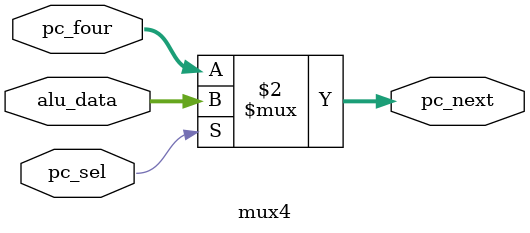
<source format=sv>
module mux4(
	input logic [31:0] alu_data,
	input logic [31:0] pc_four,
	input bit 	pc_sel,
	output logic [31:0] pc_next
);
	assign pc_next = (pc_sel == 0) ?  pc_four : alu_data;
endmodule 
</source>
